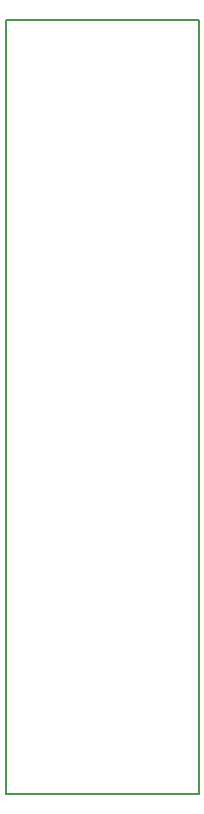
<source format=gbr>
G04 DipTrace 3.0.0.2*
G04 BoardOutline.gbr*
%MOIN*%
G04 #@! TF.FileFunction,Profile*
G04 #@! TF.Part,Single*
%ADD11C,0.005512*%
%FSLAX26Y26*%
G04*
G70*
G90*
G75*
G01*
G04 BoardOutline*
%LPD*%
X394016Y2972756D2*
D11*
X1038016D1*
Y394016D1*
X394016D1*
Y2972756D1*
M02*

</source>
